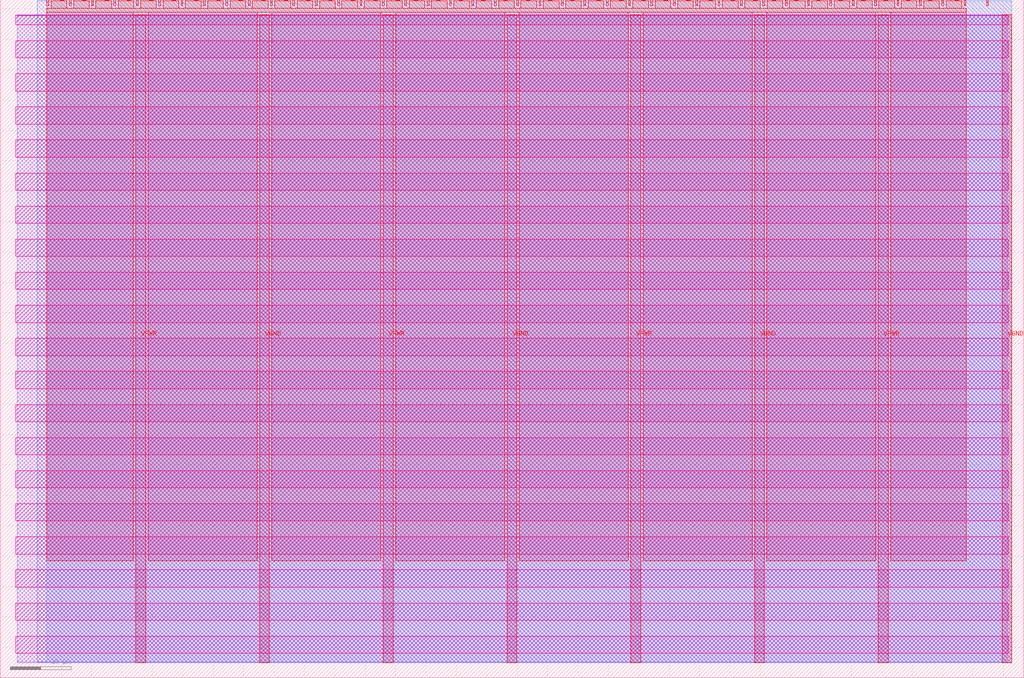
<source format=lef>
VERSION 5.7 ;
  NOWIREEXTENSIONATPIN ON ;
  DIVIDERCHAR "/" ;
  BUSBITCHARS "[]" ;
MACRO tt_um_thezoq2_tmng
  CLASS BLOCK ;
  FOREIGN tt_um_thezoq2_tmng ;
  ORIGIN 0.000 0.000 ;
  SIZE 168.360 BY 111.520 ;
  PIN VGND
    DIRECTION INOUT ;
    USE GROUND ;
    PORT
      LAYER met4 ;
        RECT 42.670 2.480 44.270 109.040 ;
    END
    PORT
      LAYER met4 ;
        RECT 83.380 2.480 84.980 109.040 ;
    END
    PORT
      LAYER met4 ;
        RECT 124.090 2.480 125.690 109.040 ;
    END
    PORT
      LAYER met4 ;
        RECT 164.800 2.480 166.400 109.040 ;
    END
  END VGND
  PIN VPWR
    DIRECTION INOUT ;
    USE POWER ;
    PORT
      LAYER met4 ;
        RECT 22.315 2.480 23.915 109.040 ;
    END
    PORT
      LAYER met4 ;
        RECT 63.025 2.480 64.625 109.040 ;
    END
    PORT
      LAYER met4 ;
        RECT 103.735 2.480 105.335 109.040 ;
    END
    PORT
      LAYER met4 ;
        RECT 144.445 2.480 146.045 109.040 ;
    END
  END VPWR
  PIN clk
    DIRECTION INPUT ;
    USE SIGNAL ;
    ANTENNAGATEAREA 0.852000 ;
    PORT
      LAYER met4 ;
        RECT 158.550 110.520 158.850 111.520 ;
    END
  END clk
  PIN ena
    DIRECTION INPUT ;
    USE SIGNAL ;
    PORT
      LAYER met4 ;
        RECT 162.230 110.520 162.530 111.520 ;
    END
  END ena
  PIN rst_n
    DIRECTION INPUT ;
    USE SIGNAL ;
    PORT
      LAYER met4 ;
        RECT 154.870 110.520 155.170 111.520 ;
    END
  END rst_n
  PIN ui_in[0]
    DIRECTION INPUT ;
    USE SIGNAL ;
    ANTENNAGATEAREA 0.196500 ;
    PORT
      LAYER met4 ;
        RECT 151.190 110.520 151.490 111.520 ;
    END
  END ui_in[0]
  PIN ui_in[1]
    DIRECTION INPUT ;
    USE SIGNAL ;
    ANTENNAGATEAREA 0.196500 ;
    PORT
      LAYER met4 ;
        RECT 147.510 110.520 147.810 111.520 ;
    END
  END ui_in[1]
  PIN ui_in[2]
    DIRECTION INPUT ;
    USE SIGNAL ;
    ANTENNAGATEAREA 0.196500 ;
    PORT
      LAYER met4 ;
        RECT 143.830 110.520 144.130 111.520 ;
    END
  END ui_in[2]
  PIN ui_in[3]
    DIRECTION INPUT ;
    USE SIGNAL ;
    ANTENNAGATEAREA 0.196500 ;
    PORT
      LAYER met4 ;
        RECT 140.150 110.520 140.450 111.520 ;
    END
  END ui_in[3]
  PIN ui_in[4]
    DIRECTION INPUT ;
    USE SIGNAL ;
    ANTENNAGATEAREA 0.196500 ;
    PORT
      LAYER met4 ;
        RECT 136.470 110.520 136.770 111.520 ;
    END
  END ui_in[4]
  PIN ui_in[5]
    DIRECTION INPUT ;
    USE SIGNAL ;
    ANTENNAGATEAREA 0.196500 ;
    PORT
      LAYER met4 ;
        RECT 132.790 110.520 133.090 111.520 ;
    END
  END ui_in[5]
  PIN ui_in[6]
    DIRECTION INPUT ;
    USE SIGNAL ;
    ANTENNAGATEAREA 0.196500 ;
    PORT
      LAYER met4 ;
        RECT 129.110 110.520 129.410 111.520 ;
    END
  END ui_in[6]
  PIN ui_in[7]
    DIRECTION INPUT ;
    USE SIGNAL ;
    ANTENNAGATEAREA 0.196500 ;
    PORT
      LAYER met4 ;
        RECT 125.430 110.520 125.730 111.520 ;
    END
  END ui_in[7]
  PIN uio_in[0]
    DIRECTION INPUT ;
    USE SIGNAL ;
    ANTENNAGATEAREA 0.196500 ;
    PORT
      LAYER met4 ;
        RECT 121.750 110.520 122.050 111.520 ;
    END
  END uio_in[0]
  PIN uio_in[1]
    DIRECTION INPUT ;
    USE SIGNAL ;
    ANTENNAGATEAREA 0.196500 ;
    PORT
      LAYER met4 ;
        RECT 118.070 110.520 118.370 111.520 ;
    END
  END uio_in[1]
  PIN uio_in[2]
    DIRECTION INPUT ;
    USE SIGNAL ;
    ANTENNAGATEAREA 0.196500 ;
    PORT
      LAYER met4 ;
        RECT 114.390 110.520 114.690 111.520 ;
    END
  END uio_in[2]
  PIN uio_in[3]
    DIRECTION INPUT ;
    USE SIGNAL ;
    ANTENNAGATEAREA 0.196500 ;
    PORT
      LAYER met4 ;
        RECT 110.710 110.520 111.010 111.520 ;
    END
  END uio_in[3]
  PIN uio_in[4]
    DIRECTION INPUT ;
    USE SIGNAL ;
    ANTENNAGATEAREA 0.196500 ;
    PORT
      LAYER met4 ;
        RECT 107.030 110.520 107.330 111.520 ;
    END
  END uio_in[4]
  PIN uio_in[5]
    DIRECTION INPUT ;
    USE SIGNAL ;
    ANTENNAGATEAREA 0.196500 ;
    PORT
      LAYER met4 ;
        RECT 103.350 110.520 103.650 111.520 ;
    END
  END uio_in[5]
  PIN uio_in[6]
    DIRECTION INPUT ;
    USE SIGNAL ;
    ANTENNAGATEAREA 0.196500 ;
    PORT
      LAYER met4 ;
        RECT 99.670 110.520 99.970 111.520 ;
    END
  END uio_in[6]
  PIN uio_in[7]
    DIRECTION INPUT ;
    USE SIGNAL ;
    ANTENNAGATEAREA 0.196500 ;
    PORT
      LAYER met4 ;
        RECT 95.990 110.520 96.290 111.520 ;
    END
  END uio_in[7]
  PIN uio_oe[0]
    DIRECTION OUTPUT TRISTATE ;
    USE SIGNAL ;
    PORT
      LAYER met4 ;
        RECT 33.430 110.520 33.730 111.520 ;
    END
  END uio_oe[0]
  PIN uio_oe[1]
    DIRECTION OUTPUT TRISTATE ;
    USE SIGNAL ;
    PORT
      LAYER met4 ;
        RECT 29.750 110.520 30.050 111.520 ;
    END
  END uio_oe[1]
  PIN uio_oe[2]
    DIRECTION OUTPUT TRISTATE ;
    USE SIGNAL ;
    PORT
      LAYER met4 ;
        RECT 26.070 110.520 26.370 111.520 ;
    END
  END uio_oe[2]
  PIN uio_oe[3]
    DIRECTION OUTPUT TRISTATE ;
    USE SIGNAL ;
    PORT
      LAYER met4 ;
        RECT 22.390 110.520 22.690 111.520 ;
    END
  END uio_oe[3]
  PIN uio_oe[4]
    DIRECTION OUTPUT TRISTATE ;
    USE SIGNAL ;
    PORT
      LAYER met4 ;
        RECT 18.710 110.520 19.010 111.520 ;
    END
  END uio_oe[4]
  PIN uio_oe[5]
    DIRECTION OUTPUT TRISTATE ;
    USE SIGNAL ;
    PORT
      LAYER met4 ;
        RECT 15.030 110.520 15.330 111.520 ;
    END
  END uio_oe[5]
  PIN uio_oe[6]
    DIRECTION OUTPUT TRISTATE ;
    USE SIGNAL ;
    PORT
      LAYER met4 ;
        RECT 11.350 110.520 11.650 111.520 ;
    END
  END uio_oe[6]
  PIN uio_oe[7]
    DIRECTION OUTPUT TRISTATE ;
    USE SIGNAL ;
    PORT
      LAYER met4 ;
        RECT 7.670 110.520 7.970 111.520 ;
    END
  END uio_oe[7]
  PIN uio_out[0]
    DIRECTION OUTPUT TRISTATE ;
    USE SIGNAL ;
    PORT
      LAYER met4 ;
        RECT 62.870 110.520 63.170 111.520 ;
    END
  END uio_out[0]
  PIN uio_out[1]
    DIRECTION OUTPUT TRISTATE ;
    USE SIGNAL ;
    PORT
      LAYER met4 ;
        RECT 59.190 110.520 59.490 111.520 ;
    END
  END uio_out[1]
  PIN uio_out[2]
    DIRECTION OUTPUT TRISTATE ;
    USE SIGNAL ;
    PORT
      LAYER met4 ;
        RECT 55.510 110.520 55.810 111.520 ;
    END
  END uio_out[2]
  PIN uio_out[3]
    DIRECTION OUTPUT TRISTATE ;
    USE SIGNAL ;
    PORT
      LAYER met4 ;
        RECT 51.830 110.520 52.130 111.520 ;
    END
  END uio_out[3]
  PIN uio_out[4]
    DIRECTION OUTPUT TRISTATE ;
    USE SIGNAL ;
    PORT
      LAYER met4 ;
        RECT 48.150 110.520 48.450 111.520 ;
    END
  END uio_out[4]
  PIN uio_out[5]
    DIRECTION OUTPUT TRISTATE ;
    USE SIGNAL ;
    PORT
      LAYER met4 ;
        RECT 44.470 110.520 44.770 111.520 ;
    END
  END uio_out[5]
  PIN uio_out[6]
    DIRECTION OUTPUT TRISTATE ;
    USE SIGNAL ;
    PORT
      LAYER met4 ;
        RECT 40.790 110.520 41.090 111.520 ;
    END
  END uio_out[6]
  PIN uio_out[7]
    DIRECTION OUTPUT TRISTATE ;
    USE SIGNAL ;
    PORT
      LAYER met4 ;
        RECT 37.110 110.520 37.410 111.520 ;
    END
  END uio_out[7]
  PIN uo_out[0]
    DIRECTION OUTPUT TRISTATE ;
    USE SIGNAL ;
    ANTENNAGATEAREA 0.252000 ;
    ANTENNADIFFAREA 0.891000 ;
    PORT
      LAYER met4 ;
        RECT 92.310 110.520 92.610 111.520 ;
    END
  END uo_out[0]
  PIN uo_out[1]
    DIRECTION OUTPUT TRISTATE ;
    USE SIGNAL ;
    ANTENNAGATEAREA 0.252000 ;
    ANTENNADIFFAREA 0.891000 ;
    PORT
      LAYER met4 ;
        RECT 88.630 110.520 88.930 111.520 ;
    END
  END uo_out[1]
  PIN uo_out[2]
    DIRECTION OUTPUT TRISTATE ;
    USE SIGNAL ;
    ANTENNAGATEAREA 0.252000 ;
    ANTENNADIFFAREA 0.891000 ;
    PORT
      LAYER met4 ;
        RECT 84.950 110.520 85.250 111.520 ;
    END
  END uo_out[2]
  PIN uo_out[3]
    DIRECTION OUTPUT TRISTATE ;
    USE SIGNAL ;
    ANTENNAGATEAREA 0.252000 ;
    ANTENNADIFFAREA 0.891000 ;
    PORT
      LAYER met4 ;
        RECT 81.270 110.520 81.570 111.520 ;
    END
  END uo_out[3]
  PIN uo_out[4]
    DIRECTION OUTPUT TRISTATE ;
    USE SIGNAL ;
    ANTENNAGATEAREA 0.252000 ;
    ANTENNADIFFAREA 0.891000 ;
    PORT
      LAYER met4 ;
        RECT 77.590 110.520 77.890 111.520 ;
    END
  END uo_out[4]
  PIN uo_out[5]
    DIRECTION OUTPUT TRISTATE ;
    USE SIGNAL ;
    ANTENNAGATEAREA 0.252000 ;
    ANTENNADIFFAREA 0.891000 ;
    PORT
      LAYER met4 ;
        RECT 73.910 110.520 74.210 111.520 ;
    END
  END uo_out[5]
  PIN uo_out[6]
    DIRECTION OUTPUT TRISTATE ;
    USE SIGNAL ;
    ANTENNAGATEAREA 0.252000 ;
    ANTENNADIFFAREA 0.891000 ;
    PORT
      LAYER met4 ;
        RECT 70.230 110.520 70.530 111.520 ;
    END
  END uo_out[6]
  PIN uo_out[7]
    DIRECTION OUTPUT TRISTATE ;
    USE SIGNAL ;
    ANTENNAGATEAREA 0.126000 ;
    ANTENNADIFFAREA 0.445500 ;
    PORT
      LAYER met4 ;
        RECT 66.550 110.520 66.850 111.520 ;
    END
  END uo_out[7]
  OBS
      LAYER nwell ;
        RECT 2.570 107.385 165.790 108.990 ;
        RECT 2.570 101.945 165.790 104.775 ;
        RECT 2.570 96.505 165.790 99.335 ;
        RECT 2.570 91.065 165.790 93.895 ;
        RECT 2.570 85.625 165.790 88.455 ;
        RECT 2.570 80.185 165.790 83.015 ;
        RECT 2.570 74.745 165.790 77.575 ;
        RECT 2.570 69.305 165.790 72.135 ;
        RECT 2.570 63.865 165.790 66.695 ;
        RECT 2.570 58.425 165.790 61.255 ;
        RECT 2.570 52.985 165.790 55.815 ;
        RECT 2.570 47.545 165.790 50.375 ;
        RECT 2.570 42.105 165.790 44.935 ;
        RECT 2.570 36.665 165.790 39.495 ;
        RECT 2.570 31.225 165.790 34.055 ;
        RECT 2.570 25.785 165.790 28.615 ;
        RECT 2.570 20.345 165.790 23.175 ;
        RECT 2.570 14.905 165.790 17.735 ;
        RECT 2.570 9.465 165.790 12.295 ;
        RECT 2.570 4.025 165.790 6.855 ;
      LAYER li1 ;
        RECT 2.760 2.635 165.600 108.885 ;
      LAYER met1 ;
        RECT 2.760 2.480 166.400 109.040 ;
      LAYER met2 ;
        RECT 6.080 2.535 166.370 111.365 ;
      LAYER met3 ;
        RECT 7.630 2.555 166.390 111.345 ;
      LAYER met4 ;
        RECT 8.370 110.120 10.950 111.345 ;
        RECT 12.050 110.120 14.630 111.345 ;
        RECT 15.730 110.120 18.310 111.345 ;
        RECT 19.410 110.120 21.990 111.345 ;
        RECT 23.090 110.120 25.670 111.345 ;
        RECT 26.770 110.120 29.350 111.345 ;
        RECT 30.450 110.120 33.030 111.345 ;
        RECT 34.130 110.120 36.710 111.345 ;
        RECT 37.810 110.120 40.390 111.345 ;
        RECT 41.490 110.120 44.070 111.345 ;
        RECT 45.170 110.120 47.750 111.345 ;
        RECT 48.850 110.120 51.430 111.345 ;
        RECT 52.530 110.120 55.110 111.345 ;
        RECT 56.210 110.120 58.790 111.345 ;
        RECT 59.890 110.120 62.470 111.345 ;
        RECT 63.570 110.120 66.150 111.345 ;
        RECT 67.250 110.120 69.830 111.345 ;
        RECT 70.930 110.120 73.510 111.345 ;
        RECT 74.610 110.120 77.190 111.345 ;
        RECT 78.290 110.120 80.870 111.345 ;
        RECT 81.970 110.120 84.550 111.345 ;
        RECT 85.650 110.120 88.230 111.345 ;
        RECT 89.330 110.120 91.910 111.345 ;
        RECT 93.010 110.120 95.590 111.345 ;
        RECT 96.690 110.120 99.270 111.345 ;
        RECT 100.370 110.120 102.950 111.345 ;
        RECT 104.050 110.120 106.630 111.345 ;
        RECT 107.730 110.120 110.310 111.345 ;
        RECT 111.410 110.120 113.990 111.345 ;
        RECT 115.090 110.120 117.670 111.345 ;
        RECT 118.770 110.120 121.350 111.345 ;
        RECT 122.450 110.120 125.030 111.345 ;
        RECT 126.130 110.120 128.710 111.345 ;
        RECT 129.810 110.120 132.390 111.345 ;
        RECT 133.490 110.120 136.070 111.345 ;
        RECT 137.170 110.120 139.750 111.345 ;
        RECT 140.850 110.120 143.430 111.345 ;
        RECT 144.530 110.120 147.110 111.345 ;
        RECT 148.210 110.120 150.790 111.345 ;
        RECT 151.890 110.120 154.470 111.345 ;
        RECT 155.570 110.120 158.150 111.345 ;
        RECT 7.655 109.440 158.865 110.120 ;
        RECT 7.655 19.215 21.915 109.440 ;
        RECT 24.315 19.215 42.270 109.440 ;
        RECT 44.670 19.215 62.625 109.440 ;
        RECT 65.025 19.215 82.980 109.440 ;
        RECT 85.380 19.215 103.335 109.440 ;
        RECT 105.735 19.215 123.690 109.440 ;
        RECT 126.090 19.215 144.045 109.440 ;
        RECT 146.445 19.215 158.865 109.440 ;
  END
END tt_um_thezoq2_tmng
END LIBRARY


</source>
